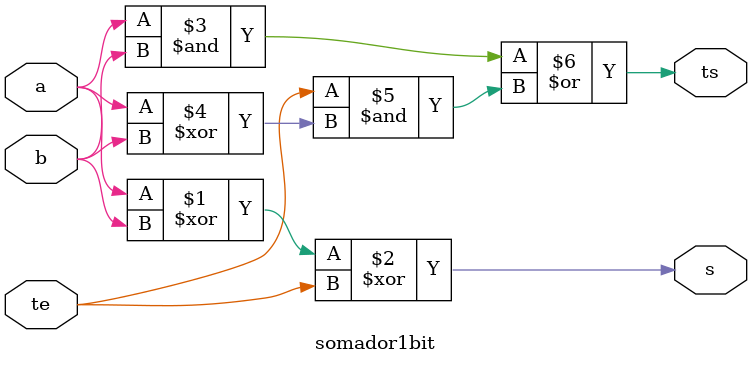
<source format=v>
module somador1bit(a, b, te, s, ts);
	input a, b, te;
	output s, ts;
	
	assign s = (a^b^te);
	assign ts = ((a & b) | (te & (a ^ b)));
	
endmodule

</source>
